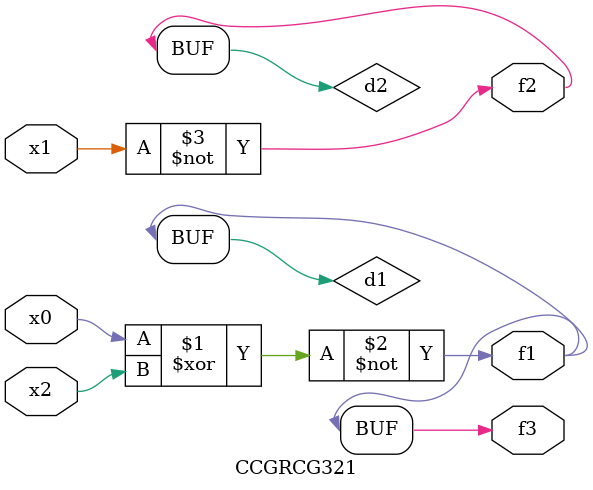
<source format=v>
module CCGRCG321(
	input x0, x1, x2,
	output f1, f2, f3
);

	wire d1, d2, d3;

	xnor (d1, x0, x2);
	nand (d2, x1);
	nor (d3, x1, x2);
	assign f1 = d1;
	assign f2 = d2;
	assign f3 = d1;
endmodule

</source>
